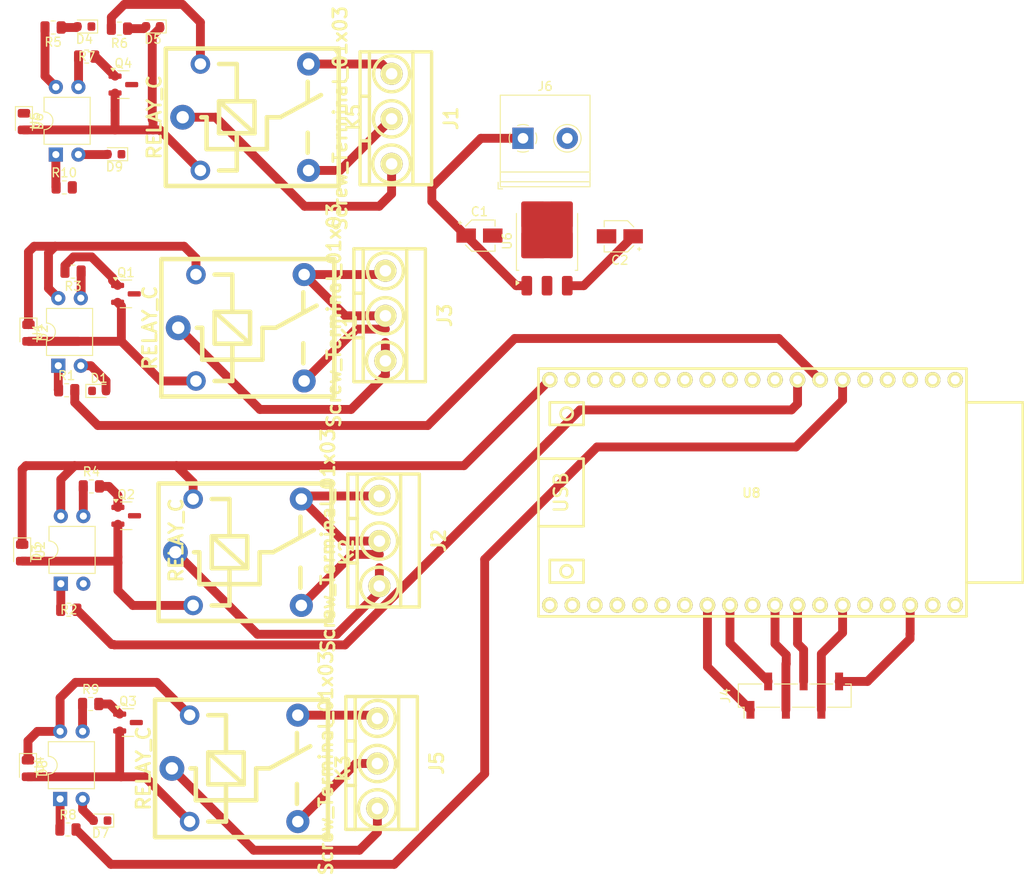
<source format=kicad_pcb>
(kicad_pcb (version 20240108) (generator "pcbnew") (generator_version "8.0")
  (layers (0 "F.Cu" signal) (31 "B.Cu" signal) (34 "B.Paste" user) (35 "F.Paste" user) (36 "B.SilkS" user "B.Silkscreen") (37 "F.SilkS" user "F.Silkscreen") (38 "B.Mask" user) (39 "F.Mask" user) (44 "Edge.Cuts" user))
  (net 0 "")
  (net 1 "GND")
  (net 2 "Net-(J6-Pin_1)")
  (net 3 "+5V")
  (net 4 "Net-(D1-A)")
  (net 5 "Net-(D2-A)")
  (net 7 "Net-(D3-A)")
  (net 8 "Net-(D4-A)")
  (net 9 "Net-(D5-K)")
  (net 10 "Net-(D5-A)")
  (net 11 "Net-(D7-A)")
  (net 12 "Net-(D8-A)")
  (net 13 "Net-(D9-A)")
  (net 14 "Net-(J1-Pin_2)")
  (net 15 "Net-(J1-Pin_1)")
  (net 16 "Net-(J1-Pin_3)")
  (net 17 "Net-(J2-Pin_2)")
  (net 18 "Net-(J2-Pin_3)")
  (net 19 "Net-(J2-Pin_1)")
  (net 20 "Net-(J3-Pin_2)")
  (net 21 "Net-(J3-Pin_3)")
  (net 22 "Net-(J3-Pin_1)")
  (net 23 "Net-(J4-Pin_2)")
  (net 24 "Net-(J4-Pin_1)")
  (net 25 "Net-(J4-Pin_5)")
  (net 26 "Net-(J4-Pin_3)")
  (net 27 "Net-(J4-Pin_6)")
  (net 28 "Net-(J4-Pin_4)")
  (net 29 "Net-(J5-Pin_3)")
  (net 30 "Net-(J5-Pin_2)")
  (net 31 "Net-(J5-Pin_1)")
  (net 32 "Net-(Q1-B)")
  (net 33 "Net-(Q2-B)")
  (net 34 "Net-(Q3-B)")
  (net 35 "Net-(Q4-B)")
  (net 36 "IN2")
  (net 37 "Net-(R1-Pad1)")
  (net 38 "IN1")
  (net 39 "Net-(R2-Pad1)")
  (net 40 "Net-(R3-Pad1)")
  (net 41 "Net-(R4-Pad1)")
  (net 42 "Net-(R7-Pad1)")
  (net 43 "Net-(R8-Pad1)")
  (net 44 "Net-(R9-Pad1)")
  (net 45 "Net-(R10-Pad1)")
  (net 46 "IN4")
  (net 67 "IN3")
  (footprint "LED_SMD:LED_0603_1608Metric" (layer "F.Cu") (at 30.4325 39.33 180)
    (property "Reference" "D4" (at 0 -1.43 180) (layer "F.SilkS"))
    (property "Value" "LED")
    (pad "1" smd roundrect (at -0.7875 0 180) (size 0.875 0.95) (layers "F.Cu" "F.Paste" "F.Mask") (net 1 "GND"))
    (pad "2" smd roundrect (at 0.7875 0 180) (size 0.875 0.95) (layers "F.Cu" "F.Paste" "F.Mask") (net 8 "Net-(D4-A)"))
  )
  (footprint "Resistor_SMD:R_0805_2012Metric" (layer "F.Cu") (at 26.9 39.44 180)
    (property "Reference" "R5" (at 0 -1.65 180) (layer "F.SilkS"))
    (property "Value" "R")
    (pad "1" smd roundrect (at -0.9125 0 180) (size 1.025 1.4) (layers "F.Cu" "F.Paste" "F.Mask") (roundrect_rratio 0.243902) (net 8 "Net-(D4-A)"))
    (pad "2" smd roundrect (at 0.9125 0 180) (size 1.025 1.4) (layers "F.Cu" "F.Paste" "F.Mask") (roundrect_rratio 0.243902) (net 3 "+5V"))
  )
  (footprint "LED_SMD:LED_0603_1608Metric" (layer "F.Cu") (at 32.25 128.87 180)
    (property "Reference" "D7" (at 0 -1.43 180) (layer "F.SilkS"))
    (property "Value" "LED")
    (pad "1" smd roundrect (at -0.7875 0 180) (size 0.875 0.95) (layers "F.Cu" "F.Paste" "F.Mask") (net 1 "GND"))
    (pad "2" smd roundrect (at 0.7875 0 180) (size 0.875 0.95) (layers "F.Cu" "F.Paste" "F.Mask") (net 11 "Net-(D7-A)"))
  )
  (footprint "LED_SMD:LED_0603_1608Metric" (layer "F.Cu") (at 38.16 39.32 180)
    (property "Reference" "D5" (at 0 -1.43 180) (layer "F.SilkS"))
    (property "Value" "LED")
    (pad "1" smd roundrect (at -0.7875 0 180) (size 0.875 0.95) (layers "F.Cu" "F.Paste" "F.Mask") (net 9 "Net-(D5-K)"))
    (pad "2" smd roundrect (at 0.7875 0 180) (size 0.875 0.95) (layers "F.Cu" "F.Paste" "F.Mask") (net 10 "Net-(D5-A)"))
  )
  (footprint "Package_TO_SOT_SMD:SOT-23" (layer "F.Cu") (at 35.345 117.815)
    (property "Reference" "Q3" (at 0 -2.4 0) (layer "F.SilkS"))
    (property "Value" "2N2222")
    (pad "1" smd roundrect (at -0.9375 -0.95) (size 1.475 0.6) (layers "F.Cu" "F.Paste" "F.Mask") (net 34 "Net-(Q3-B)"))
    (pad "2" smd roundrect (at -0.9375 0.95) (size 1.475 0.6) (layers "F.Cu" "F.Paste" "F.Mask") (net 12 "Net-(D8-A)"))
    (pad "3" smd roundrect (at 0.9375 0) (size 1.475 0.6) (layers "F.Cu" "F.Paste" "F.Mask") (net 1 "GND"))
  )
  (footprint "Resistor_SMD:R_0805_2012Metric" (layer "F.Cu") (at 28.665 105.0975)
    (property "Reference" "R2" (at 0 0 0) (layer "F.SilkS"))
    (property "Value" "R")
    (pad "1" smd roundrect (at -0.9125 0) (size 1.025 1.4) (layers "F.Cu" "F.Paste" "F.Mask") (roundrect_rratio 0.243902) (net 39 "Net-(R2-Pad1)"))
    (pad "2" smd roundrect (at 0.9125 0) (size 1.025 1.4) (layers "F.Cu" "F.Paste" "F.Mask") (roundrect_rratio 0.243902) (net 38 "IN1"))
  )
  (footprint "Resistor_SMD:R_0805_2012Metric" (layer "F.Cu") (at 31.215 91.1875)
    (property "Reference" "R4" (at 0 -1.65 0) (layer "F.SilkS"))
    (property "Value" "R")
    (pad "1" smd roundrect (at -0.9125 0) (size 1.025 1.4) (layers "F.Cu" "F.Paste" "F.Mask") (roundrect_rratio 0.243902) (net 41 "Net-(R4-Pad1)"))
    (pad "2" smd roundrect (at 0.9125 0) (size 1.025 1.4) (layers "F.Cu" "F.Paste" "F.Mask") (roundrect_rratio 0.243902) (net 33 "Net-(Q2-B)"))
  )
  (footprint "Resistor_SMD:R_0805_2012Metric" (layer "F.Cu") (at 28.1525 57.47)
    (property "Reference" "R10" (at 0 -1.65 0) (layer "F.SilkS"))
    (property "Value" "R")
    (pad "1" smd roundrect (at -0.9125 0) (size 1.025 1.4) (layers "F.Cu" "F.Paste" "F.Mask") (roundrect_rratio 0.243902) (net 45 "Net-(R10-Pad1)"))
    (pad "2" smd roundrect (at 0.9125 0) (size 1.025 1.4) (layers "F.Cu" "F.Paste" "F.Mask") (roundrect_rratio 0.243902) (net 46 "IN4"))
  )
  (footprint "EESTN5:BORNERA3_AZUL" (layer "F.Cu") (at 63.69 97.35 -90)
    (property "Reference" "J2" (at -0.05 -6.7 -90) (layer "F.SilkS") (effects (font (size 1.5 1.5) (thickness 0.3))))
    (property "Value" "Screw_Terminal_01x03" (at -0.05 5.8 -90) (layer "F.SilkS") (effects (font (size 1.5 1.5) (thickness 0.3))))
    (pad "1" thru_hole circle (at -5.08 0 270) (size 2.5 2.5) (drill 1.3) (layers "*.Cu" "*.Mask" "F.SilkS") (net 19 "Net-(J2-Pin_1)"))
    (pad "2" thru_hole circle (at 0 0 270) (size 2.5 2.5) (drill 1.3) (layers "*.Cu" "*.Mask" "F.SilkS") (net 17 "Net-(J2-Pin_2)"))
    (pad "3" thru_hole circle (at 5.08 0 270) (size 2.5 2.5) (drill 1.3) (layers "*.Cu" "*.Mask" "F.SilkS") (net 18 "Net-(J2-Pin_3)"))
  )
  (footprint "EESTN5:BORNERA3_AZUL" (layer "F.Cu") (at 64.37 71.95 -90)
    (property "Reference" "J3" (at -0.05 -6.7 -90) (layer "F.SilkS") (effects (font (size 1.5 1.5) (thickness 0.3))))
    (property "Value" "Screw_Terminal_01x03" (at -0.05 5.8 -90) (layer "F.SilkS") (effects (font (size 1.5 1.5) (thickness 0.3))))
    (pad "1" thru_hole circle (at -5.08 0 270) (size 2.5 2.5) (drill 1.3) (layers "*.Cu" "*.Mask" "F.SilkS") (net 22 "Net-(J3-Pin_1)"))
    (pad "2" thru_hole circle (at 0 0 270) (size 2.5 2.5) (drill 1.3) (layers "*.Cu" "*.Mask" "F.SilkS") (net 20 "Net-(J3-Pin_2)"))
    (pad "3" thru_hole circle (at 5.08 0 270) (size 2.5 2.5) (drill 1.3) (layers "*.Cu" "*.Mask" "F.SilkS") (net 21 "Net-(J3-Pin_3)"))
  )
  (footprint "Package_DIP:DIP-4_W7.62mm" (layer "F.Cu") (at 27.21 53.77 90)
    (property "Reference" "U5" (at 3.81 -2.33 270) (layer "F.SilkS"))
    (property "Value" "EL817")
    (pad "1" thru_hole rect (at 0 0 90) (size 1.6 1.6) (drill 0.8) (layers "*.Cu" "*.Mask") (net 45 "Net-(R10-Pad1)"))
    (pad "2" thru_hole oval (at 0 2.54 90) (size 1.6 1.6) (drill 0.8) (layers "*.Cu" "*.Mask") (net 13 "Net-(D9-A)"))
    (pad "3" thru_hole oval (at 7.62 2.54 90) (size 1.6 1.6) (drill 0.8) (layers "*.Cu" "*.Mask") (net 42 "Net-(R7-Pad1)"))
    (pad "4" thru_hole oval (at 7.62 0 90) (size 1.6 1.6) (drill 0.8) (layers "*.Cu" "*.Mask") (net 3 "+5V"))
  )
  (footprint "TerminalBlock_Philmore:TerminalBlock_Philmore_TB132_1x02_P5.00mm_Horizontal" (layer "F.Cu") (at 79.885 51.935)
    (property "Reference" "J6" (at 2.5 -5.86 0) (layer "F.SilkS"))
    (property "Value" "Screw_Terminal_01x02")
    (pad "1" thru_hole rect (at 0 0) (size 2.4 2.4) (drill 1.2) (layers "*.Cu" "*.Mask") (net 2 "Net-(J6-Pin_1)"))
    (pad "2" thru_hole circle (at 5 0) (size 2.4 2.4) (drill 1.2) (layers "*.Cu" "*.Mask") (net 1 "GND"))
  )
  (footprint "Diode_SMD:D_0805_2012Metric" (layer "F.Cu") (at 23.41 98.68 -90)
    (property "Reference" "D3" (at 0 -1.65 90) (layer "F.SilkS"))
    (property "Value" "1N4007")
    (pad "1" smd roundrect (at -0.9375 0 270) (size 0.975 1.4) (layers "F.Cu" "F.Paste" "F.Mask") (net 3 "+5V"))
    (pad "2" smd roundrect (at 0.9375 0 270) (size 0.975 1.4) (layers "F.Cu" "F.Paste" "F.Mask") (net 7 "Net-(D3-A)"))
  )
  (footprint "Resistor_SMD:R_0805_2012Metric" (layer "F.Cu") (at 28.575 129.875)
    (property "Reference" "R8" (at 0 -1.65 0) (layer "F.SilkS"))
    (property "Value" "R")
    (pad "1" smd roundrect (at -0.9125 0) (size 1.025 1.4) (layers "F.Cu" "F.Paste" "F.Mask") (roundrect_rratio 0.243902) (net 43 "Net-(R8-Pad1)"))
    (pad "2" smd roundrect (at 0.9125 0) (size 1.025 1.4) (layers "F.Cu" "F.Paste" "F.Mask") (roundrect_rratio 0.243902) (net 67 "IN3"))
  )
  (footprint "EESTN5:BORNERA3_AZUL" (layer "F.Cu") (at 65.07 49.74 -90)
    (property "Reference" "J1" (at -0.05 -6.7 90) (layer "F.SilkS") (effects (font (size 1.5 1.5) (thickness 0.3))))
    (property "Value" "Screw_Terminal_01x03" (at -0.05 5.8 90) (layer "F.SilkS") (effects (font (size 1.5 1.5) (thickness 0.3))))
    (pad "1" thru_hole circle (at -5.08 0 270) (size 2.5 2.5) (drill 1.3) (layers "*.Cu" "*.Mask" "F.SilkS") (net 15 "Net-(J1-Pin_1)"))
    (pad "2" thru_hole circle (at 0 0 270) (size 2.5 2.5) (drill 1.3) (layers "*.Cu" "*.Mask" "F.SilkS") (net 14 "Net-(J1-Pin_2)"))
    (pad "3" thru_hole circle (at 5.08 0 270) (size 2.5 2.5) (drill 1.3) (layers "*.Cu" "*.Mask" "F.SilkS") (net 16 "Net-(J1-Pin_3)"))
  )
  (footprint "Package_DIP:DIP-4_W7.62mm" (layer "F.Cu") (at 27.69 126.435 90)
    (property "Reference" "U4" (at 3.81 -2.33 270) (layer "F.SilkS"))
    (property "Value" "EL817")
    (pad "1" thru_hole rect (at 0 0 90) (size 1.6 1.6) (drill 0.8) (layers "*.Cu" "*.Mask") (net 43 "Net-(R8-Pad1)"))
    (pad "2" thru_hole oval (at 0 2.54 90) (size 1.6 1.6) (drill 0.8) (layers "*.Cu" "*.Mask") (net 11 "Net-(D7-A)"))
    (pad "3" thru_hole oval (at 7.62 2.54 90) (size 1.6 1.6) (drill 0.8) (layers "*.Cu" "*.Mask") (net 44 "Net-(R9-Pad1)"))
    (pad "4" thru_hole oval (at 7.62 0 90) (size 1.6 1.6) (drill 0.8) (layers "*.Cu" "*.Mask") (net 3 "+5V"))
  )
  (footprint "Resistor_SMD:R_0805_2012Metric" (layer "F.Cu") (at 31.135 115.725)
    (property "Reference" "R9" (at 0 -1.65 360) (layer "F.SilkS"))
    (property "Value" "R")
    (pad "1" smd roundrect (at -0.9125 0) (size 1.025 1.4) (layers "F.Cu" "F.Paste" "F.Mask") (roundrect_rratio 0.243902) (net 44 "Net-(R9-Pad1)"))
    (pad "2" smd roundrect (at 0.9125 0) (size 1.025 1.4) (layers "F.Cu" "F.Paste" "F.Mask") (roundrect_rratio 0.243902) (net 34 "Net-(Q3-B)"))
  )
  (footprint "Package_TO_SOT_SMD:SOT-23" (layer "F.Cu") (at 34.8225 45.88)
    (property "Reference" "Q4" (at 0 -2.4 0) (layer "F.SilkS"))
    (property "Value" "2N2222")
    (pad "1" smd roundrect (at -0.9375 -0.95) (size 1.475 0.6) (layers "F.Cu" "F.Paste" "F.Mask") (net 35 "Net-(Q4-B)"))
    (pad "2" smd roundrect (at -0.9375 0.95) (size 1.475 0.6) (layers "F.Cu" "F.Paste" "F.Mask") (net 9 "Net-(D5-K)"))
    (pad "3" smd roundrect (at 0.9375 0) (size 1.475 0.6) (layers "F.Cu" "F.Paste" "F.Mask") (net 1 "GND"))
  )
  (footprint "Package_DIP:DIP-4_W7.62mm" (layer "F.Cu") (at 27.77 102.1575 90)
    (property "Reference" "U2" (at 3.81 -2.33 270) (layer "F.SilkS"))
    (property "Value" "EL817")
    (pad "1" thru_hole rect (at 0 0 90) (size 1.6 1.6) (drill 0.8) (layers "*.Cu" "*.Mask") (net 39 "Net-(R2-Pad1)"))
    (pad "2" thru_hole oval (at 0 2.54 90) (size 1.6 1.6) (drill 0.8) (layers "*.Cu" "*.Mask") (net 1 "GND"))
    (pad "3" thru_hole oval (at 7.62 2.54 90) (size 1.6 1.6) (drill 0.8) (layers "*.Cu" "*.Mask") (net 41 "Net-(R4-Pad1)"))
    (pad "4" thru_hole oval (at 7.62 0 90) (size 1.6 1.6) (drill 0.8) (layers "*.Cu" "*.Mask") (net 3 "+5V"))
  )
  (footprint "LED_SMD:LED_0603_1608Metric" (layer "F.Cu") (at 33.82 53.73 180)
    (property "Reference" "D9" (at 0 -1.43 180) (layer "F.SilkS"))
    (property "Value" "LED")
    (pad "1" smd roundrect (at -0.7875 0 180) (size 0.875 0.95) (layers "F.Cu" "F.Paste" "F.Mask") (net 1 "GND"))
    (pad "2" smd roundrect (at 0.7875 0 180) (size 0.875 0.95) (layers "F.Cu" "F.Paste" "F.Mask") (net 13 "Net-(D9-A)"))
  )
  (footprint "Package_TO_SOT_SMD:TO-252-3_TabPin2" (layer "F.Cu") (at 82.595 63.515 90)
    (property "Reference" "U6" (at 0 -4.5 270) (layer "F.SilkS"))
    (property "Value" "L7805")
    (pad "1" smd roundrect (at -5.04 -2.28 90) (size 2.2 1.2) (layers "F.Cu" "F.Paste" "F.Mask") (roundrect_rratio 0.208333) (net 2 "Net-(J6-Pin_1)"))
    (pad "2" smd roundrect (at -5.04 0 90) (size 2.2 1.2) (layers "F.Cu" "F.Paste" "F.Mask") (roundrect_rratio 0.208333) (net 1 "GND"))
    (pad "2" smd roundrect (at -0.415 -1.525 90) (size 3.05 2.75) (layers "F.Cu" "F.Paste") (roundrect_rratio 0.090909) (net 1 "GND"))
    (pad "2" smd roundrect (at -0.415 1.525 90) (size 3.05 2.75) (layers "F.Cu" "F.Paste") (roundrect_rratio 0.090909) (net 1 "GND"))
    (pad "2" smd roundrect (at 1.26 0 90) (size 6.4 5.8) (layers "F.Cu" "F.Mask") (roundrect_rratio 0.043103) (net 1 "GND"))
    (pad "2" smd roundrect (at 2.935 -1.525 90) (size 3.05 2.75) (layers "F.Cu" "F.Paste") (roundrect_rratio 0.090909) (net 1 "GND"))
    (pad "2" smd roundrect (at 2.935 1.525 90) (size 3.05 2.75) (layers "F.Cu" "F.Paste") (roundrect_rratio 0.090909) (net 1 "GND"))
    (pad "3" smd roundrect (at -5.04 2.28 90) (size 2.2 1.2) (layers "F.Cu" "F.Paste" "F.Mask") (roundrect_rratio 0.208333) (net 3 "+5V"))
  )
  (footprint "Connector_PinSocket_2.00mm:PinSocket_1x06_P2.00mm_Vertical_SMD_Pin1Left" (layer "F.Cu") (at 110.53 114.78 90)
    (property "Reference" "J4" (at 0 -7.8 -90) (layer "F.SilkS"))
    (property "Value" "Conn_01x06_Pin")
    (pad "1" smd rect (at -1.6 -5 90) (size 2 0.9) (layers "F.Cu" "F.Paste" "F.Mask") (net 24 "Net-(J4-Pin_1)"))
    (pad "2" smd rect (at 1.6 -3 90) (size 2 0.9) (layers "F.Cu" "F.Paste" "F.Mask") (net 23 "Net-(J4-Pin_2)"))
    (pad "3" smd rect (at -1.6 -1 90) (size 2 0.9) (layers "F.Cu" "F.Paste" "F.Mask") (net 26 "Net-(J4-Pin_3)"))
    (pad "4" smd rect (at 1.6 1 90) (size 2 0.9) (layers "F.Cu" "F.Paste" "F.Mask") (net 28 "Net-(J4-Pin_4)"))
    (pad "5" smd rect (at -1.6 3 90) (size 2 0.9) (layers "F.Cu" "F.Paste" "F.Mask") (net 25 "Net-(J4-Pin_5)"))
    (pad "6" smd rect (at 1.6 5 90) (size 2 0.9) (layers "F.Cu" "F.Paste" "F.Mask") (net 27 "Net-(J4-Pin_6)"))
  )
  (footprint "Package_TO_SOT_SMD:SOT-23" (layer "F.Cu") (at 35.11 69.4775)
    (property "Reference" "Q1" (at 0 -2.4 0) (layer "F.SilkS"))
    (property "Value" "2N2222")
    (pad "1" smd roundrect (at -0.9375 -0.95) (size 1.475 0.6) (layers "F.Cu" "F.Paste" "F.Mask") (net 32 "Net-(Q1-B)"))
    (pad "2" smd roundrect (at -0.9375 0.95) (size 1.475 0.6) (layers "F.Cu" "F.Paste" "F.Mask") (net 5 "Net-(D2-A)"))
    (pad "3" smd roundrect (at 0.9375 0) (size 1.475 0.6) (layers "F.Cu" "F.Paste" "F.Mask") (net 1 "GND"))
  )
  (footprint "Diode_SMD:D_0805_2012Metric" (layer "F.Cu") (at 23.61 50.05 -90)
    (property "Reference" "D6" (at 0 -1.65 90) (layer "F.SilkS"))
    (property "Value" "1N4007")
    (pad "1" smd roundrect (at -0.9375 0 270) (size 0.975 1.4) (layers "F.Cu" "F.Paste" "F.Mask") (net 3 "+5V"))
    (pad "2" smd roundrect (at 0.9375 0 270) (size 0.975 1.4) (layers "F.Cu" "F.Paste" "F.Mask") (net 9 "Net-(D5-K)"))
  )
  (footprint "LED_SMD:LED_0603_1608Metric" (layer "F.Cu") (at 32.08 80.42)
    (property "Reference" "D1" (at 0 -1.43 0) (layer "F.SilkS"))
    (property "Value" "LED")
    (pad "1" smd roundrect (at -0.7875 0) (size 0.875 0.95) (layers "F.Cu" "F.Paste" "F.Mask") (net 1 "GND"))
    (pad "2" smd roundrect (at 0.7875 0) (size 0.875 0.95) (layers "F.Cu" "F.Paste" "F.Mask") (net 4 "Net-(D1-A)"))
  )
  (footprint "Capacitor_SMD:CP_Elec_3x5.3" (layer "F.Cu") (at 74.975 62.905)
    (property "Reference" "C1" (at 0 -2.7 0) (layer "F.SilkS"))
    (property "Value" "0.1uF")
    (pad "1" smd rect (at -1.5 0) (size 2.2 1.6) (layers "F.Cu" "F.Paste" "F.Mask") (net 2 "Net-(J6-Pin_1)"))
    (pad "2" smd rect (at 1.5 0) (size 2.2 1.6) (layers "F.Cu" "F.Paste" "F.Mask") (net 1 "GND"))
  )
  (footprint "Diode_SMD:D_0805_2012Metric" (layer "F.Cu") (at 24.065 122.995 -90)
    (property "Reference" "D8" (at 0 -1.65 90) (layer "F.SilkS"))
    (property "Value" "1N4007")
    (pad "1" smd roundrect (at -0.9375 0 270) (size 0.975 1.4) (layers "F.Cu" "F.Paste" "F.Mask") (net 3 "+5V"))
    (pad "2" smd roundrect (at 0.9375 0 270) (size 0.975 1.4) (layers "F.Cu" "F.Paste" "F.Mask") (net 12 "Net-(D8-A)"))
  )
  (footprint "EESTN5:Relay_C" (layer "F.Cu") (at 48.79 98.61 90)
    (property "Reference" "K2" (at 0 11.2 270) (layer "F.SilkS") (effects (font (size 1.524 1.524) (thickness 0.3048))))
    (property "Value" "RELAY_C" (at 1.3425 -8.015 270) (layer "F.SilkS") (effects (font (size 1.524 1.524) (thickness 0.3048))))
    (pad "1" thru_hole circle (at 0 -8.1 90) (size 2.8 2.8) (drill 1.4) (layers "*.Cu" "*.Mask") (net 18 "Net-(J2-Pin_3)"))
    (pad "2" thru_hole circle (at -6 -6.1 90) (size 2.2 2.2) (drill 1.3) (layers "*.Cu" "*.Mask") (net 7 "Net-(D3-A)"))
    (pad "3" thru_hole circle (at -6 6.1 90) (size 2.6 2.6) (drill 1.3) (layers "*.Cu" "*.Mask") (net 17 "Net-(J2-Pin_2)"))
    (pad "4" thru_hole circle (at 6 6.1 90) (size 2.6 2.6) (drill 1.3) (layers "*.Cu" "*.Mask") (net 19 "Net-(J2-Pin_1)"))
    (pad "5" thru_hole circle (at 6 -6.1 90) (size 2.2 2.2) (drill 1.3) (layers "*.Cu" "*.Mask") (net 3 "+5V"))
  )
  (footprint "Resistor_SMD:R_0805_2012Metric" (layer "F.Cu") (at 34.38 39.57 180)
    (property "Reference" "R6" (at 0 -1.65 180) (layer "F.SilkS"))
    (property "Value" "R")
    (pad "1" smd roundrect (at -0.9125 0 180) (size 1.025 1.4) (layers "F.Cu" "F.Paste" "F.Mask") (roundrect_rratio 0.243902) (net 10 "Net-(D5-A)"))
    (pad "2" smd roundrect (at 0.9125 0 180) (size 1.025 1.4) (layers "F.Cu" "F.Paste" "F.Mask") (roundrect_rratio 0.243902) (net 3 "+5V"))
  )
  (footprint "EESTN5:Relay_C" (layer "F.Cu") (at 48.395 122.985 90)
    (property "Reference" "K3" (at 0 11.2 270) (layer "F.SilkS") (effects (font (size 1.524 1.524) (thickness 0.3048))))
    (property "Value" "RELAY_C" (at 0 -11.3 270) (layer "F.SilkS") (effects (font (size 1.524 1.524) (thickness 0.3048))))
    (pad "1" thru_hole circle (at 0 -8.1 90) (size 2.8 2.8) (drill 1.4) (layers "*.Cu" "*.Mask") (net 29 "Net-(J5-Pin_3)"))
    (pad "2" thru_hole circle (at -6 -6.1 90) (size 2.2 2.2) (drill 1.3) (layers "*.Cu" "*.Mask") (net 12 "Net-(D8-A)"))
    (pad "3" thru_hole circle (at -6 6.1 90) (size 2.6 2.6) (drill 1.3) (layers "*.Cu" "*.Mask") (net 30 "Net-(J5-Pin_2)"))
    (pad "4" thru_hole circle (at 6 6.1 90) (size 2.6 2.6) (drill 1.3) (layers "*.Cu" "*.Mask") (net 31 "Net-(J5-Pin_1)"))
    (pad "5" thru_hole circle (at 6 -6.1 90) (size 2.2 2.2) (drill 1.3) (layers "*.Cu" "*.Mask") (net 3 "+5V"))
  )
  (footprint "Capacitor_SMD:CP_Elec_3x5.3" (layer "F.Cu") (at 90.805 62.985 180)
    (property "Reference" "C2" (at 0 -2.7 180) (layer "F.SilkS"))
    (property "Value" "0.1uF")
    (pad "1" smd rect (at -1.5 0 180) (size 2.2 1.6) (layers "F.Cu" "F.Paste" "F.Mask") (net 3 "+5V"))
    (pad "2" smd rect (at 1.5 0 180) (size 2.2 1.6) (layers "F.Cu" "F.Paste" "F.Mask") (net 1 "GND"))
  )
  (footprint "Diode_SMD:D_0805_2012Metric" (layer "F.Cu") (at 24.12 73.89 -90)
    (property "Reference" "D2" (at 0 -1.65 90) (layer "F.SilkS"))
    (property "Value" "1N4007")
    (pad "1" smd roundrect (at -0.9375 0 270) (size 0.975 1.4) (layers "F.Cu" "F.Paste" "F.Mask") (net 3 "+5V"))
    (pad "2" smd roundrect (at 0.9375 0 270) (size 0.975 1.4) (layers "F.Cu" "F.Paste" "F.Mask") (net 5 "Net-(D2-A)"))
  )
  (footprint "Resistor_SMD:R_0805_2012Metric" (layer "F.Cu") (at 29.15 66.97 180)
    (property "Reference" "R3" (at 0 -1.65 180) (layer "F.SilkS"))
    (property "Value" "R")
    (pad "1" smd roundrect (at -0.9125 0 180) (size 1.025 1.4) (layers "F.Cu" "F.Paste" "F.Mask") (roundrect_rratio 0.243902) (net 40 "Net-(R3-Pad1)"))
    (pad "2" smd roundrect (at 0.9125 0 180) (size 1.025 1.4) (layers "F.Cu" "F.Paste" "F.Mask") (roundrect_rratio 0.243902) (net 32 "Net-(Q1-B)"))
  )
  (footprint "Package_TO_SOT_SMD:SOT-23" (layer "F.Cu") (at 35.1425 94.5)
    (property "Reference" "Q2" (at 0 -2.4 360) (layer "F.SilkS"))
    (property "Value" "2N2222")
    (pad "1" smd roundrect (at -0.9375 -0.95) (size 1.475 0.6) (layers "F.Cu" "F.Paste" "F.Mask") (net 33 "Net-(Q2-B)"))
    (pad "2" smd roundrect (at -0.9375 0.95) (size 1.475 0.6) (layers "F.Cu" "F.Paste" "F.Mask") (net 7 "Net-(D3-A)"))
    (pad "3" smd roundrect (at 0.9375 0) (size 1.475 0.6) (layers "F.Cu" "F.Paste" "F.Mask") (net 1 "GND"))
  )
  (footprint "EESTN5:ESP32_DEVKITC" (layer "F.Cu") (at 105.765 91.87 180)
    (property "Reference" "U8" (at 0.127 -0.0635 180) (layer "F.SilkS") (effects (font (size 1.016 1.016) (thickness 0.2032))))
    (property "Value" "ESP32_DEVKITC" (hide yes))
    (fp_text user "USB" (at 21.59 0 -90) (layer "F.SilkS") (effects (font (size 1.524 1.524) (thickness 0.254))))
    (pad "1" thru_hole circle (at -22.86 12.7 180) (size 1.75 1.75) (drill 1) (layers "*.Cu" "*.Mask" "F.SilkS"))
    (pad "2" thru_hole circle (at -20.32 12.7 180) (size 1.75 1.75) (drill 1) (layers "*.Cu" "*.Mask" "F.SilkS"))
    (pad "3" thru_hole circle (at -17.78 12.7 180) (size 1.75 1.75) (drill 1) (layers "*.Cu" "*.Mask" "F.SilkS"))
    (pad "4" thru_hole circle (at -15.24 12.7 180) (size 1.75 1.75) (drill 1) (layers "*.Cu" "*.Mask" "F.SilkS"))
    (pad "5" thru_hole circle (at -12.7 12.7 180) (size 1.75 1.75) (drill 1) (layers "*.Cu" "*.Mask" "F.SilkS") (net 46 "IN4"))
    (pad "6" thru_hole circle (at -10.16 12.7 180) (size 1.75 1.75) (drill 1) (layers "*.Cu" "*.Mask" "F.SilkS") (net 67 "IN3"))
    (pad "7" thru_hole circle (at -7.62 12.7 180) (size 1.75 1.75) (drill 1) (layers "*.Cu" "*.Mask" "F.SilkS") (net 36 "IN2"))
    (pad "8" thru_hole circle (at -5.08 12.7 180) (size 1.75 1.75) (drill 1) (layers "*.Cu" "*.Mask" "F.SilkS") (net 38 "IN1"))
    (pad "9" thru_hole circle (at -2.54 12.7 180) (size 1.75 1.75) (drill 1) (layers "*.Cu" "*.Mask" "F.SilkS"))
    (pad "10" thru_hole circle (at 0 12.7 180) (size 1.75 1.75) (drill 1) (layers "*.Cu" "*.Mask" "F.SilkS"))
    (pad "11" thru_hole circle (at 2.54 12.7 180) (size 1.75 1.75) (drill 1) (layers "*.Cu" "*.Mask" "F.SilkS"))
    (pad "12" thru_hole circle (at 5.08 12.7 180) (size 1.75 1.75) (drill 1) (layers "*.Cu" "*.Mask" "F.SilkS"))
    (pad "13" thru_hole circle (at 7.62 12.7 180) (size 1.75 1.75) (drill 1) (layers "*.Cu" "*.Mask" "F.SilkS"))
    (pad "14" thru_hole circle (at 10.16 12.7 180) (size 1.75 1.75) (drill 1) (layers "*.Cu" "*.Mask" "F.SilkS"))
    (pad "15" thru_hole circle (at 12.7 12.7 180) (size 1.75 1.75) (drill 1) (layers "*.Cu" "*.Mask" "F.SilkS"))
    (pad "16" thru_hole circle (at 15.24 12.7 180) (size 1.75 1.75) (drill 1) (layers "*.Cu" "*.Mask" "F.SilkS"))
    (pad "17" thru_hole circle (at 17.78 12.7 180) (size 1.75 1.75) (drill 1) (layers "*.Cu" "*.Mask" "F.SilkS"))
    (pad "18" thru_hole circle (at 20.32 12.7 180) (size 1.75 1.75) (drill 1) (layers "*.Cu" "*.Mask" "F.SilkS"))
    (pad "19" thru_hole circle (at 22.86 12.7 180) (size 1.75 1.75) (drill 1) (layers "*.Cu" "*.Mask" "F.SilkS") (net 3 "+5V"))
    (pad "20" thru_hole circle (at 22.86 -12.7) (size 1.75 1.75) (drill 1) (layers "*.Cu" "*.Mask" "F.SilkS"))
    (pad "21" thru_hole circle (at 20.32 -12.7) (size 1.75 1.75) (drill 1) (layers "*.Cu" "*.Mask" "F.SilkS"))
    (pad "22" thru_hole circle (at 17.78 -12.7) (size 1.75 1.75) (drill 1) (layers "*.Cu" "*.Mask" "F.SilkS"))
    (pad "23" thru_hole circle (at 15.24 -12.7) (size 1.75 1.75) (drill 1) (layers "*.Cu" "*.Mask" "F.SilkS"))
    (pad "24" thru_hole circle (at 12.7 -12.7) (size 1.75 1.75) (drill 1) (layers "*.Cu" "*.Mask" "F.SilkS"))
    (pad "25" thru_hole circle (at 10.16 -12.7) (size 1.75 1.75) (drill 1) (layers "*.Cu" "*.Mask" "F.SilkS"))
    (pad "26" thru_hole circle (at 7.62 -12.7) (size 1.75 1.75) (drill 1) (layers "*.Cu" "*.Mask" "F.SilkS"))
    (pad "27" thru_hole circle (at 5.08 -12.7) (size 1.75 1.75) (drill 1) (layers "*.Cu" "*.Mask" "F.SilkS") (net 24 "Net-(J4-Pin_1)"))
    (pad "28" thru_hole circle (at 2.54 -12.7) (size 1.75 1.75) (drill 1) (layers "*.Cu" "*.Mask" "F.SilkS") (net 23 "Net-(J4-Pin_2)"))
    (pad "29" thru_hole circle (at 0 -12.7) (size 1.75 1.75) (drill 1) (layers "*.Cu" "*.Mask" "F.SilkS"))
    (pad "30" thru_hole circle (at -2.54 -12.7) (size 1.75 1.75) (drill 1) (layers "*.Cu" "*.Mask" "F.SilkS") (net 26 "Net-(J4-Pin_3)"))
    (pad "31" thru_hole circle (at -5.08 -12.7) (size 1.75 1.75) (drill 1) (layers "*.Cu" "*.Mask" "F.SilkS") (net 28 "Net-(J4-Pin_4)"))
    (pad "32" thru_hole circle (at -7.62 -12.7) (size 1.75 1.75) (drill 1) (layers "*.Cu" "*.Mask" "F.SilkS"))
    (pad "33" thru_hole circle (at -10.16 -12.7) (size 1.75 1.75) (drill 1) (layers "*.Cu" "*.Mask" "F.SilkS") (net 25 "Net-(J4-Pin_5)"))
    (pad "34" thru_hole circle (at -12.7 -12.7) (size 1.75 1.75) (drill 1) (layers "*.Cu" "*.Mask" "F.SilkS"))
    (pad "35" thru_hole circle (at -15.24 -12.7) (size 1.75 1.75) (drill 1) (layers "*.Cu" "*.Mask" "F.SilkS"))
    (pad "36" thru_hole circle (at -17.78 -12.7) (size 1.75 1.75) (drill 1) (layers "*.Cu" "*.Mask" "F.SilkS") (net 27 "Net-(J4-Pin_6)"))
    (pad "37" thru_hole circle (at -20.32 -12.7) (size 1.75 1.75) (drill 1) (layers "*.Cu" "*.Mask" "F.SilkS"))
    (pad "38" thru_hole circle (at -22.86 -12.7) (size 1.75 1.75) (drill 1) (layers "*.Cu" "*.Mask" "F.SilkS"))
  )
  (footprint "EESTN5:Relay_C" (layer "F.Cu") (at 49.11 73.3 90)
    (property "Reference" "K1" (at 0 11.2 270) (layer "F.SilkS") (effects (font (size 1.524 1.524) (thickness 0.3048))))
    (property "Value" "RELAY_C" (at 0 -11.3 270) (layer "F.SilkS") (effects (font (size 1.524 1.524) (thickness 0.3048))))
    (pad "1" thru_hole circle (at 0 -8.1 90) (size 2.8 2.8) (drill 1.4) (layers "*.Cu" "*.Mask") (net 21 "Net-(J3-Pin_3)"))
    (pad "2" thru_hole circle (at -6 -6.1 90) (size 2.2 2.2) (drill 1.3) (layers "*.Cu" "*.Mask") (net 5 "Net-(D2-A)"))
    (pad "3" thru_hole circle (at -6 6.1 90) (size 2.6 2.6) (drill 1.3) (layers "*.Cu" "*.Mask") (net 20 "Net-(J3-Pin_2)"))
    (pad "4" thru_hole circle (at 6 6.1 90) (size 2.6 2.6) (drill 1.3) (layers "*.Cu" "*.Mask") (net 22 "Net-(J3-Pin_1)"))
    (pad "5" thru_hole circle (at 6 -6.1 90) (size 2.2 2.2) (drill 1.3) (layers "*.Cu" "*.Mask") (net 3 "+5V"))
  )
  (footprint "Resistor_SMD:R_0805_2012Metric" (layer "F.Cu") (at 28.43 80.34)
    (property "Reference" "R1" (at 0 -1.65 0) (layer "F.SilkS"))
    (property "Value" "R")
    (pad "1" smd roundrect (at -0.9125 0) (size 1.025 1.4) (layers "F.Cu" "F.Paste" "F.Mask") (roundrect_rratio 0.243902) (net 37 "Net-(R1-Pad1)"))
    (pad "2" smd roundrect (at 0.9125 0) (size 1.025 1.4) (layers "F.Cu" "F.Paste" "F.Mask") (roundrect_rratio 0.243902) (net 36 "IN2"))
  )
  (footprint "Resistor_SMD:R_0805_2012Metric" (layer "F.Cu") (at 30.6825 42.72)
    (property "Reference" "R7" (at 0 0 0) (layer "F.SilkS"))
    (property "Value" "R")
    (pad "1" smd roundrect (at -0.9125 0) (size 1.025 1.4) (layers "F.Cu" "F.Paste" "F.Mask") (roundrect_rratio 0.243902) (net 42 "Net-(R7-Pad1)"))
    (pad "2" smd roundrect (at 0.9125 0) (size 1.025 1.4) (layers "F.Cu" "F.Paste" "F.Mask") (roundrect_rratio 0.243902) (net 35 "Net-(Q4-B)"))
  )
  (footprint "EESTN5:BORNERA3_AZUL" (layer "F.Cu") (at 63.465 122.435 -90)
    (property "Reference" "J5" (at -0.05 -6.7 -90) (layer "F.SilkS") (effects (font (size 1.5 1.5) (thickness 0.3))))
    (property "Value" "Screw_Terminal_01x03" (at -0.05 5.8 -90) (layer "F.SilkS") (effects (font (size 1.5 1.5) (thickness 0.3))))
    (pad "1" thru_hole circle (at -5.08 0 270) (size 2.5 2.5) (drill 1.3) (layers "*.Cu" "*.Mask" "F.SilkS") (net 31 "Net-(J5-Pin_1)"))
    (pad "2" thru_hole circle (at 0 0 270) (size 2.5 2.5) (drill 1.3) (layers "*.Cu" "*.Mask" "F.SilkS") (net 30 "Net-(J5-Pin_2)"))
    (pad "3" thru_hole circle (at 5.08 0 270) (size 2.5 2.5) (drill 1.3) (layers "*.Cu" "*.Mask" "F.SilkS") (net 29 "Net-(J5-Pin_3)"))
  )
  (footprint "Package_DIP:DIP-4_W7.62mm" (layer "F.Cu") (at 27.485 77.58 90)
    (property "Reference" "U1" (at 3.81 -2.33 270) (layer "F.SilkS"))
    (property "Value" "EL817")
    (pad "1" thru_hole rect (at 0 0 90) (size 1.6 1.6) (drill 0.8) (layers "*.Cu" "*.Mask") (net 37 "Net-(R1-Pad1)"))
    (pad "2" thru_hole oval (at 0 2.54 90) (size 1.6 1.6) (drill 0.8) (layers "*.Cu" "*.Mask") (net 4 "Net-(D1-A)"))
    (pad "3" thru_hole oval (at 7.62 2.54 90) (size 1.6 1.6) (drill 0.8) (layers "*.Cu" "*.Mask") (net 40 "Net-(R3-Pad1)"))
    (pad "4" thru_hole oval (at 7.62 0 90) (size 1.6 1.6) (drill 0.8) (layers "*.Cu" "*.Mask") (net 3 "+5V"))
  )
  (footprint "EESTN5:Relay_C" (layer "F.Cu") (at 49.61 49.56 90)
    (property "Reference" "K5" (at 0 11.2 270) (layer "F.SilkS") (effects (font (size 1.524 1.524) (thickness 0.3048))))
    (property "Value" "RELAY_C" (at 0 -11.3 270) (layer "F.SilkS") (effects (font (size 1.524 1.524) (thickness 0.3048))))
    (pad "1" thru_hole circle (at 0 -8.1 90) (size 2.8 2.8) (drill 1.4) (layers "*.Cu" "*.Mask") (net 16 "Net-(J1-Pin_3)"))
    (pad "2" thru_hole circle (at -6 -6.1 90) (size 2.2 2.2) (drill 1.3) (layers "*.Cu" "*.Mask") (net 9 "Net-(D5-K)"))
    (pad "3" thru_hole circle (at -6 6.1 90) (size 2.6 2.6) (drill 1.3) (layers "*.Cu" "*.Mask") (net 14 "Net-(J1-Pin_2)"))
    (pad "4" thru_hole circle (at 6 6.1 90) (size 2.6 2.6) (drill 1.3) (layers "*.Cu" "*.Mask") (net 15 "Net-(J1-Pin_1)"))
    (pad "5" thru_hole circle (at 6 -6.1 90) (size 2.2 2.2) (drill 1.3) (layers "*.Cu" "*.Mask") (net 3 "+5V"))
  )
  (segment (start 79.125 68.555) (end 80.315 68.555) (width 1) (layer "F.Cu") (net 2))
  (segment (start 73.475 62.905) (end 79.125 68.555) (width 1) (layer "F.Cu") (net 2))
  (segment (start 69.605 57.465) (end 69.605 59.065) (width 1) (layer "F.Cu") (net 2))
  (segment (start 73.445 62.905) (end 73.475 62.905) (width 1) (layer "F.Cu") (net 2))
  (segment (start 75.135 51.935) (end 69.605 57.465) (width 1) (layer "F.Cu") (net 2))
  (segment (start 79.885 51.935) (end 75.135 51.935) (width 1) (layer "F.Cu") (net 2))
  (segment (start 69.605 59.065) (end 73.445 62.905) (width 1) (layer "F.Cu") (net 2))
  (segment (start 82.905 79.17) (end 73.225 88.85) (width 1) (layer "F.Cu") (net 3))
  (segment (start 29.32 88.85) (end 40.81 88.85) (width 1) (layer "F.Cu") (net 3))
  (segment (start 23.41 97.7425) (end 23.41 89.28) (width 1) (layer "F.Cu") (net 3))
  (segment (start 23.84 88.85) (end 23.41 89.28) (width 1) (layer "F.Cu") (net 3))
  (segment (start 43.51 38.86) (end 43.51 43.56) (width 1) (layer "F.Cu") (net 3))
  (segment (start 27.69 115.03) (end 27.69 118.815) (width 1) (layer "F.Cu") (net 3))
  (segment (start 84.875 68.555) (end 86.735 68.555) (width 1) (layer "F.Cu") (net 3))
  (segment (start 34.92 36.84) (end 41.49 36.84) (width 1) (layer "F.Cu") (net 3))
  (segment (start 86.735 68.555) (end 92.305 62.985) (width 1) (layer "F.Cu") (net 3))
  (segment (start 25.135 118.815) (end 27.69 118.815) (width 1) (layer "F.Cu") (net 3))
  (segment (start 24.76 64.11) (end 27.13 64.11) (width 1) (layer "F.Cu") (net 3))
  (segment (start 27.77 90.4) (end 29.32 88.85) (width 1) (layer "F.Cu") (net 3))
  (segment (start 38.595 113.285) (end 29.435 113.285) (width 1) (layer "F.Cu") (net 3))
  (segment (start 24.065 122.0575) (end 24.065 119.885) (width 1) (layer "F.Cu") (net 3))
  (segment (start 43.01 65.45) (end 43.01 67.3) (width 1) (layer "F.Cu") (net 3))
  (segment (start 42.69 90.73) (end 42.69 92.61) (width 1) (layer "F.Cu") (net 3))
  (segment (start 24.065 119.885) (end 25.135 118.815) (width 1) (layer "F.Cu") (net 3))
  (segment (start 73.225 88.85) (end 40.81 88.85) (width 1) (layer "F.Cu") (net 3))
  (segment (start 33.4675 38.2925) (end 34.92 36.84) (width 1) (layer "F.Cu") (net 3))
  (segment (start 27.13 64.11) (end 41.67 64.11) (width 1) (layer "F.Cu") (net 3))
  (segment (start 27.485 69.96) (end 26.38 68.855) (width 1) (layer "F.Cu") (net 3))
  (segment (start 27.77 94.5375) (end 27.77 90.4) (width 1) (layer "F.Cu") (net 3))
  (segment (start 92.2825 62.9625) (end 92.305 62.985) (width 1) (layer "F.Cu") (net 3))
  (segment (start 29.435 113.285) (end 27.69 115.03) (width 1) (layer "F.Cu") (net 3))
  (segment (start 26.38 68.855) (end 26.38 64.86) (width 1) (layer "F.Cu") (net 3))
  (segment (start 25.9875 39.44) (end 25.9875 44.9275) (width 1) (layer "F.Cu") (net 3))
  (segment (start 33.4675 39.57) (end 33.4675 38.2925) (width 1) (layer "F.Cu") (net 3))
  (segment (start 25.9875 44.9275) (end 27.21 46.15) (width 1) (layer "F.Cu") (net 3))
  (segment (start 42.295 116.985) (end 38.595 113.285) (width 1) (layer "F.Cu") (net 3))
  (segment (start 24.12 64.75) (end 24.76 64.11) (width 1) (layer "F.Cu") (net 3))
  (segment (start 29.32 88.85) (end 23.84 88.85) (width 1) (layer "F.Cu") (net 3))
  (segment (start 24.12 72.9525) (end 24.12 64.75) (width 1) (layer "F.Cu") (net 3))
  (segment (start 41.67 64.11) (end 43.01 65.45) (width 1) (layer "F.Cu") (net 3))
  (segment (start 41.49 36.84) (end 43.51 38.86) (width 1) (layer "F.Cu") (net 3))
  (segment (start 40.81 88.85) (end 42.69 90.73) (width 1) (layer "F.Cu") (net 3))
  (segment (start 26.38 64.86) (end 27.13 64.11) (width 1) (layer "F.Cu") (net 3))
  (segment (start 30.025 77.58) (end 31.15637 77.58) (width 1) (layer "F.Cu") (net 4))
  (segment (start 32.8675 79.29113) (end 32.8675 80.42) (width 1) (layer "F.Cu") (net 4))
  (segment (start 31.15637 77.58) (end 32.8675 79.29113) (width 1) (layer "F.Cu") (net 4))
  (segment (start 43.01 79.3) (end 39.07 79.3) (width 1) (layer "F.Cu") (net 5))
  (segment (start 24.12 74.8275) (end 34.5975 74.8275) (width 1) (layer "F.Cu") (net 5))
  (segment (start 34.1725 70.4275) (end 34.5975 70.8525) (width 1) (layer "F.Cu") (net 5))
  (segment (start 39.07 79.3) (end 38 78.23) (width 1) (layer "F.Cu") (net 5))
  (segment (start 34.5975 70.8525) (end 34.5975 74.8275) (width 1) (layer "F.Cu") (net 5))
  (segment (start 34.5975 74.8275) (end 38 78.23) (width 1) (layer "F.Cu") (net 5))
  (segment (start 24.12 74.8275) (end 29.7725 74.8275) (width 1) (layer "F.Cu") (net 5))
  (segment (start 42.69 104.61) (end 35.89 104.61) (width 1) (layer "F.Cu") (net 7))
  (segment (start 34.0325 99.6175) (end 34.205 99.79) (width 1) (layer "F.Cu") (net 7))
  (segment (start 35.89 104.61) (end 34.205 102.925) (width 1) (layer "F.Cu") (net 7))
  (segment (start 34.205 99.14) (end 34.205 99.79) (width 1) (layer "F.Cu") (net 7))
  (segment (start 34.205 95.45) (end 34.205 99.14) (width 1) (layer "F.Cu") (net 7))
  (segment (start 23.41 99.6175) (end 34.0325 99.6175) (width 1) (layer "F.Cu") (net 7))
  (segment (start 34.205 99.79) (end 34.205 102.925) (width 1) (layer "F.Cu") (net 7))
  (segment (start 29.535 39.44) (end 29.645 39.33) (width 1) (layer "F.Cu") (net 8))
  (segment (start 27.8125 39.44) (end 29.535 39.44) (width 1) (layer "F.Cu") (net 8))
  (segment (start 33.885 48.8) (end 33.885 50.9825) (width 1) (layer "F.Cu") (net 9))
  (segment (start 33.88 50.9875) (end 37.64 50.9875) (width 1) (layer "F.Cu") (net 9))
  (segment (start 23.61 50.9875) (end 33.88 50.9875) (width 1) (layer "F.Cu") (net 9))
  (segment (start 38.17 50.9875) (end 38.9375 50.9875) (width 1) (layer "F.Cu") (net 9))
  (segment (start 38.9475 39.52537) (end 38.9475 39.32) (width 1) (layer "F.Cu") (net 9))
  (segment (start 38.08 49.84) (end 38.08 40.39287) (width 1) (layer "F.Cu") (net 9))
  (segment (start 33.885 50.9825) (end 33.88 50.9875) (width 1) (layer "F.Cu") (net 9))
  (segment (start 38.08 40.39287) (end 38.9475 39.52537) (width 1) (layer "F.Cu") (net 9))
  (segment (start 33.885 46.83) (end 33.885 48.8) (width 1) (layer "F.Cu") (net 9))
  (segment (start 37.64 50.9875) (end 38.17 50.9875) (width 1) (layer "F.Cu") (net 9))
  (segment (start 38.17 50.9875) (end 38.17 49.93) (width 1) (layer "F.Cu") (net 9))
  (segment (start 38.17 49.93) (end 38.08 49.84) (width 1) (layer "F.Cu") (net 9))
  (segment (start 38.9375 50.9875) (end 43.51 55.56) (width 1) (layer "F.Cu") (net 9))
  (segment (start 35.2925 39.57) (end 37.1225 39.57) (width 1) (layer "F.Cu") (net 10))
  (segment (start 37.1225 39.57) (end 37.3725 39.32) (width 1) (layer "F.Cu") (net 10))
  (segment (start 30.23 126.435) (end 30.23 127.6375) (width 1) (layer "F.Cu") (net 11))
  (segment (start 30.23 127.6375) (end 31.4625 128.87) (width 1) (layer "F.Cu") (net 11))
  (segment (start 34.4075 123.775) (end 34.565 123.9325) (width 1) (layer "F.Cu") (net 12))
  (segment (start 37.2425 123.9325) (end 42.295 128.985) (width 1) (layer "F.Cu") (net 12))
  (segment (start 34.4075 118.765) (end 34.4075 123.775) (width 1) (layer "F.Cu") (net 12))
  (segment (start 24.065 123.9325) (end 34.565 123.9325) (width 1) (layer "F.Cu") (net 12))
  (segment (start 34.565 123.9325) (end 37.2425 123.9325) (width 1) (layer "F.Cu") (net 12))
  (segment (start 32.9925 53.77) (end 33.0325 53.73) (width 1) (layer "F.Cu") (net 13))
  (segment (start 29.75 53.77) (end 32.9925 53.77) (width 1) (layer "F.Cu") (net 13))
  (segment (start 55.71 55.56) (end 59.25 55.56) (width 1) (layer "F.Cu") (net 14))
  (segment (start 59.25 55.56) (end 65.07 49.74) (width 1) (layer "F.Cu") (net 14))
  (segment (start 55.71 43.56) (end 63.97 43.56) (width 1) (layer "F.Cu") (net 15))
  (segment (start 63.97 43.56) (end 65.07 44.66) (width 1) (layer "F.Cu") (net 15))
  (segment (start 41.51 49.56) (end 45.22 49.56) (width 1) (layer "F.Cu") (net 16))
  (segment (start 45.22 49.56) (end 55.26 59.6) (width 1) (layer "F.Cu") (net 16))
  (segment (start 55.26 59.6) (end 63.67 59.6) (width 1) (layer "F.Cu") (net 16))
  (segment (start 65.07 58.2) (end 65.07 54.82) (width 1) (layer "F.Cu") (net 16))
  (segment (start 63.67 59.6) (end 65.07 58.2) (width 1) (layer "F.Cu") (net 16))
  (segment (start 60.65 98.85) (end 54.89 104.61) (width 1) (layer "F.Cu") (net 17))
  (segment (start 63.69 98.85) (end 60.65 98.85) (width 1) (layer "F.Cu") (net 17))
  (segment (start 40.69 98.61) (end 49.94 107.86) (width 1) (layer "F.Cu") (net 18))
  (segment (start 58.89 107.86) (end 63.69 103.06) (width 1) (layer "F.Cu") (net 18))
  (segment (start 49.94 107.86) (end 58.89 107.86) (width 1) (layer "F.Cu") (net 18))
  (segment (start 63.69 103.06) (end 63.69 100.35) (width 1) (layer "F.Cu") (net 18))
  (segment (start 59.63 97.35) (end 54.89 92.61) (width 1) (layer "F.Cu") (net 19))
  (segment (start 55.23 92.27) (end 54.89 92.61) (width 1) (layer "F.Cu") (net 19))
  (segment (start 63.69 92.27) (end 55.23 92.27) (width 1) (layer "F.Cu") (net 19))
  (segment (start 63.69 97.35) (end 59.63 97.35) (width 1) (layer "F.Cu") (net 19))
  (segment (start 55.21 79.3) (end 61.06 73.45) (width 1) (layer "F.Cu") (net 20))
  (segment (start 61.06 73.45) (end 64.37 73.45) (width 1) (layer "F.Cu") (net 20))
  (segment (start 60.5 82.51) (end 64.37 78.64) (width 1) (layer "F.Cu") (net 21))
  (segment (start 50.22 82.51) (end 60.5 82.51) (width 1) (layer "F.Cu") (net 21))
  (segment (start 41.01 73.3) (end 50.22 82.51) (width 1) (layer "F.Cu") (net 21))
  (segment (start 64.37 78.64) (end 64.37 74.95) (width 1) (layer "F.Cu") (net 21))
  (segment (start 55.21 67.3) (end 59.86 71.95) (width 1) (layer "F.Cu") (net 22))
  (segment (start 59.86 71.95) (end 64.37 71.95) (width 1) (layer "F.Cu") (net 22))
  (segment (start 55.21 67.3) (end 63.94 67.3) (width 1) (layer "F.Cu") (net 22))
  (segment (start 63.94 67.3) (end 64.37 66.87) (width 1) (layer "F.Cu") (net 22))
  (segment (start 103.225 104.57) (end 103.225 108.875) (width 1) (layer "F.Cu") (net 23))
  (segment (start 103.225 108.875) (end 107.53 113.18) (width 1) (layer "F.Cu") (net 23))
  (segment (start 100.685 111.535) (end 105.53 116.38) (width 1) (layer "F.Cu") (net 24))
  (segment (start 100.685 104.57) (end 100.685 111.535) (width 1) (layer "F.Cu") (net 24))
  (segment (start 115.925 107.685) (end 113.53 110.08) (width 1) (layer "F.Cu") (net 25))
  (segment (start 113.53 110.08) (end 113.53 116.38) (width 1) (layer "F.Cu") (net 25))
  (segment (start 115.925 104.57) (end 115.925 107.685) (width 1) (layer "F.Cu") (net 25))
  (segment (start 108.305 104.57) (end 108.305 108.925) (width 1) (layer "F.Cu") (net 26))
  (segment (start 109.57 110.19) (end 109.57 111.2) (width 1) (layer "F.Cu") (net 26))
  (segment (start 109.53 111.24) (end 109.53 116.38) (width 1) (layer "F.Cu") (net 26))
  (segment (start 109.57 111.2) (end 109.53 111.24) (width 1) (layer "F.Cu") (net 26))
  (segment (start 108.305 108.925) (end 109.57 110.19) (width 1) (layer "F.Cu") (net 26))
  (segment (start 123.53 107.85) (end 123.545 107.835) (width 1) (layer "F.Cu") (net 27))
  (segment (start 123.545 107.835) (end 123.545 104.57) (width 1) (layer "F.Cu") (net 27))
  (segment (start 115.53 113.18) (end 118.73 113.18) (width 1) (layer "F.Cu") (net 27))
  (segment (start 123.53 108.38) (end 123.53 107.85) (width 1) (layer "F.Cu") (net 27))
  (segment (start 118.73 113.18) (end 123.53 108.38) (width 1) (layer "F.Cu") (net 27))
  (segment (start 111.53 109.59) (end 111.53 113.18) (width 1) (layer "F.Cu") (net 28))
  (segment (start 110.845 104.57) (end 110.845 108.905) (width 1) (layer "F.Cu") (net 28))
  (segment (start 110.845 108.905) (end 111.53 109.59) (width 1) (layer "F.Cu") (net 28))
  (segment (start 40.295 122.985) (end 49.525 132.215) (width 1) (layer "F.Cu") (net 29))
  (segment (start 63.465 130.185) (end 63.465 127.515) (width 1) (layer "F.Cu") (net 29))
  (segment (start 61.435 132.215) (end 63.465 130.185) (width 1) (layer "F.Cu") (net 29))
  (segment (start 49.525 132.215) (end 61.435 132.215) (width 1) (layer "F.Cu") (net 29))
  (segment (start 61.045 122.435) (end 54.495 128.985) (width 1) (layer "F.Cu") (net 30))
  (segment (start 63.465 122.435) (end 61.045 122.435) (width 1) (layer "F.Cu") (net 30))
  (segment (start 54.495 116.985) (end 63.095 116.985) (width 1) (layer "F.Cu") (net 31))
  (segment (start 63.095 116.985) (end 63.465 117.355) (width 1) (layer "F.Cu") (net 31))
  (segment (start 28.2375 66.97) (end 28.2375 66.27) (width 1) (layer "F.Cu") (net 32))
  (segment (start 29.1975 65.31) (end 31.24 65.31) (width 1) (layer "F.Cu") (net 32))
  (segment (start 33.61 67.965) (end 33.61 67.68) (width 1) (layer "F.Cu") (net 32))
  (segment (start 34.1725 68.5275) (end 33.61 67.965) (width 1) (layer "F.Cu") (net 32))
  (segment (start 33.61 67.68) (end 31.24 65.31) (width 1) (layer "F.Cu") (net 32))
  (segment (start 28.2375 66.27) (end 29.1975 65.31) (width 1) (layer "F.Cu") (net 32))
  (segment (start 34.205 92.205) (end 34.205 93.55) (width 1) (layer "F.Cu") (net 33))
  (segment (start 33.1875 91.1875) (end 34.205 92.205) (width 1) (layer "F.Cu") (net 33))
  (segment (start 32.1275 91.1875) (end 33.1875 91.1875) (width 1) (layer "F.Cu") (net 33))
  (segment (start 32.0475 115.725) (end 33.2675 115.725) (width 1) (layer "F.Cu") (net 34))
  (segment (start 33.2675 115.725) (end 34.4075 116.865) (width 1) (layer "F.Cu") (net 34))
  (segment (start 31.595 42.72) (end 31.675 42.72) (width 1) (layer "F.Cu") (net 35))
  (segment (start 31.675 42.72) (end 33.885 44.93) (width 1) (layer "F.Cu") (net 35))
  (segment (start 113.385 79.17) (end 108.725 74.51) (width 1) (layer "F.Cu") (net 36))
  (segment (start 108.725 74.51) (end 78.95 74.51) (width 1) (layer "F.Cu") (net 36))
  (segment (start 31.95 84.32) (end 29.3425 81.7125) (width 1) (layer "F.Cu") (net 36))
  (segment (start 69.14 84.32) (end 31.95 84.32) (width 1) (layer "F.Cu") (net 36))
  (segment (start 29.3425 81.7125) (end 29.3425 80.34) (width 1) (layer "F.Cu") (net 36))
  (segment (start 78.95 74.51) (end 69.14 84.32) (width 1) (layer "F.Cu") (net 36))
  (segment (start 27.485 77.58) (end 27.485 80.3075) (width 1) (layer "F.Cu") (net 37))
  (segment (start 27.485 80.3075) (end 27.5175 80.34) (width 1) (layer "F.Cu") (net 37))
  (segment (start 33.81 109.06) (end 33.77 109.02) (width 1) (layer "F.Cu") (net 38))
  (segment (start 86.317718 82.56) (end 82.788859 86.088859) (width 1) (layer "F.Cu") (net 38))
  (segment (start 33.77 109.02) (end 33.5 109.02) (width 1) (layer "F.Cu") (net 38))
  (segment (start 110.845 81.875) (end 110.16 82.56) (width 1) (layer "F.Cu") (net 38))
  (segment (start 33.5 109.02) (end 29.5775 105.0975) (width 1) (layer "F.Cu") (net 38))
  (segment (start 59.817717 109.06) (end 33.81 109.06) (width 1) (layer "F.Cu") (net 38))
  (segment (start 82.788859 86.088859) (end 59.817717 109.06) (width 1) (layer "F.Cu") (net 38))
  (segment (start 110.845 79.17) (end 110.845 81.875) (width 1) (layer "F.Cu") (net 38))
  (segment (start 110.16 82.56) (end 86.317718 82.56) (width 1) (layer "F.Cu") (net 38))
  (segment (start 27.77 102.1575) (end 27.77 105.08) (width 1) (layer "F.Cu") (net 39))
  (segment (start 30.0625 69.9225) (end 30.025 69.96) (width 1) (layer "F.Cu") (net 40))
  (segment (start 30.0625 66.97) (end 30.0625 69.9225) (width 1) (layer "F.Cu") (net 40))
  (segment (start 30.3025 91.1875) (end 30.3025 94.53) (width 1) (layer "F.Cu") (net 41))
  (segment (start 29.77 46.13) (end 29.75 46.15) (width 1) (layer "F.Cu") (net 42))
  (segment (start 29.77 42.72) (end 29.77 46.13) (width 1) (layer "F.Cu") (net 42))
  (segment (start 27.69 126.435) (end 27.69 129.8475) (width 1) (layer "F.Cu") (net 43))
  (segment (start 27.69 129.8475) (end 27.6625 129.875) (width 1) (layer "F.Cu") (net 43))
  (segment (start 30.2225 115.725) (end 30.2225 118.8075) (width 1) (layer "F.Cu") (net 44))
  (segment (start 30.2225 118.8075) (end 30.23 118.815) (width 1) (layer "F.Cu") (net 44))
  (segment (start 27.21 57.44) (end 27.24 57.47) (width 1) (layer "F.Cu") (net 45))
  (segment (start 27.21 53.77) (end 27.21 57.44) (width 1) (layer "F.Cu") (net 45))
  (segment (start 75.565 99.415) (end 88.24 86.74) (width 1) (layer "F.Cu") (net 67))
  (segment (start 115.925 81.485) (end 115.925 79.17) (width 1) (layer "F.Cu") (net 67))
  (segment (start 29.4875 129.875) (end 33.4175 133.805) (width 1) (layer "F.Cu") (net 67))
  (segment (start 88.24 86.74) (end 110.67 86.74) (width 1) (layer "F.Cu") (net 67))
  (segment (start 110.67 86.74) (end 115.925 81.485) (width 1) (layer "F.Cu") (net 67))
  (segment (start 65.355 133.805) (end 75.565 123.595) (width 1) (layer "F.Cu") (net 67))
  (segment (start 75.565 123.595) (end 75.565 99.415) (width 1) (layer "F.Cu") (net 67))
  (segment (start 33.4175 133.805) (end 65.355 133.805) (width 1) (layer "F.Cu") (net 67))
)
</source>
